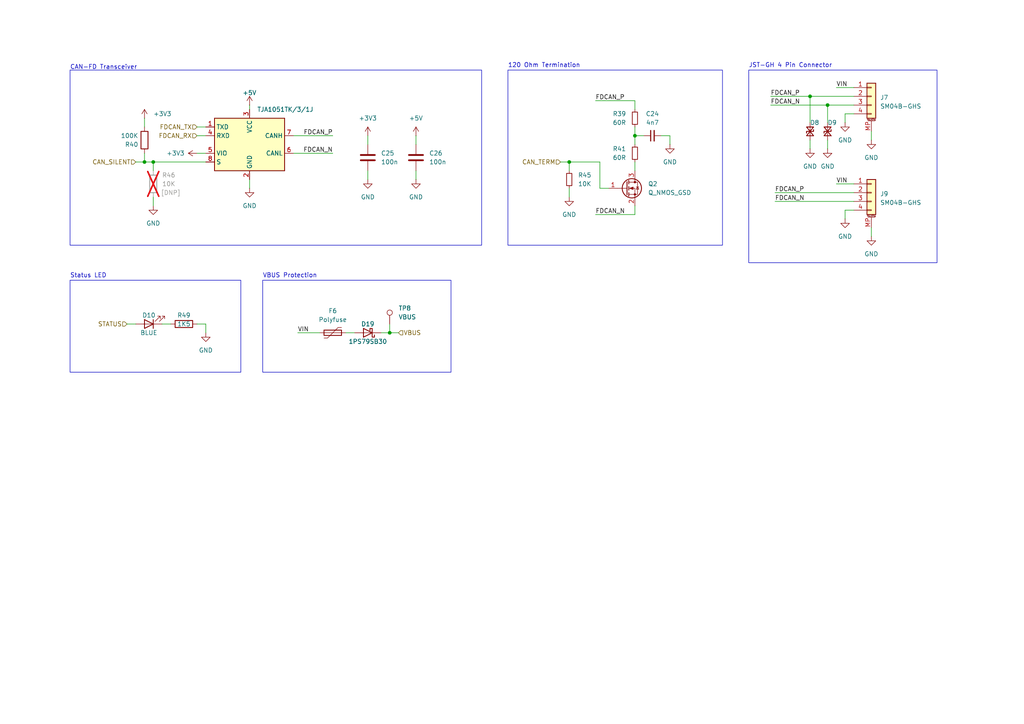
<source format=kicad_sch>
(kicad_sch (version 20250114) (generator "eeschema") (generator_version "9.0")
  (paper "A4")
  (lib_symbols
    (symbol "Connector:TestPoint" (pin_numbers (hide yes)) (pin_names (offset 0.762) (hide yes))
      (property "Reference" "TP" (at 0 6.858 0))
      (property "Value" "TestPoint" (at 0 5.08 0))
      (symbol "TestPoint_0_1"
        (circle (center 0 3.302) (radius 0.762))
      )
      (symbol "TestPoint_1_1"
        (pin passive line (at 0 0 90) (length 2.54) (name "1") (number "1"))
      )
    )
    (symbol "Connector_Generic_MountingPin:Conn_01x04_MountingPin" (pin_names (offset 1.016) (hide yes))
      (property "Reference" "J" (at 0 5.08 0))
      (property "Value" "Conn_01x04_MountingPin" (at 1.27 -7.62 0))
      (symbol "Conn_01x04_MountingPin_1_1"
        (rectangle (start -1.27 3.81) (end 1.27 -6.35) (stroke (width 0.254)) (fill (type background)))
        (rectangle (start -1.27 2.667) (end 0 2.413) (stroke (width 0.1524)))
        (rectangle (start -1.27 0.127) (end 0 -0.127) (stroke (width 0.1524)))
        (rectangle (start -1.27 -2.413) (end 0 -2.667) (stroke (width 0.1524)))
        (rectangle (start -1.27 -4.953) (end 0 -5.207) (stroke (width 0.1524)))
        (polyline (pts (xy -1.016 -7.112) (xy 1.016 -7.112)) (stroke (width 0.1524)))
        (text "Mounting" (at 0 -6.731 0) (effects (font (size 0.381 0.381))))
        (pin passive line (at -5.08 2.54 0) (length 3.81) (name "Pin_1") (number "1"))
        (pin passive line (at -5.08 0 0) (length 3.81) (name "Pin_2") (number "2"))
        (pin passive line (at -5.08 -2.54 0) (length 3.81) (name "Pin_3") (number "3"))
        (pin passive line (at -5.08 -5.08 0) (length 3.81) (name "Pin_4") (number "4"))
        (pin passive line (at 0 -10.16 90) (length 3.048) (name "MountPin") (number "MP"))
      )
    )
    (symbol "Device:C" (pin_numbers (hide yes)) (pin_names (offset 0.254))
      (property "Reference" "C" (at 0.635 2.54 0))
      (property "Value" "C" (at 0.635 -2.54 0))
      (symbol "C_0_1"
        (polyline (pts (xy -2.032 0.762) (xy 2.032 0.762)) (stroke (width 0.508)))
        (polyline (pts (xy -2.032 -0.762) (xy 2.032 -0.762)) (stroke (width 0.508)))
      )
      (symbol "C_1_1"
        (pin passive line (at 0 3.81 270) (length 2.794) (name "~") (number "1"))
        (pin passive line (at 0 -3.81 90) (length 2.794) (name "~") (number "2"))
      )
    )
    (symbol "Device:C_Small" (pin_numbers (hide yes)) (pin_names (offset 0.254) (hide yes))
      (property "Reference" "C" (at 0.254 1.778 0))
      (property "Value" "C_Small" (at 0.254 -2.032 0))
      (symbol "C_Small_0_1"
        (polyline (pts (xy -1.524 0.508) (xy 1.524 0.508)) (stroke (width 0.3048)))
        (polyline (pts (xy -1.524 -0.508) (xy 1.524 -0.508)) (stroke (width 0.3302)))
      )
      (symbol "C_Small_1_1"
        (pin passive line (at 0 2.54 270) (length 2.032) (name "~") (number "1"))
        (pin passive line (at 0 -2.54 90) (length 2.032) (name "~") (number "2"))
      )
    )
    (symbol "Device:D_Schottky" (pin_numbers (hide yes)) (pin_names (offset 1.016) (hide yes))
      (property "Reference" "D" (at 0 2.54 0))
      (property "Value" "D_Schottky" (at 0 -2.54 0))
      (symbol "D_Schottky_0_1"
        (polyline (pts (xy -1.905 0.635) (xy -1.905 1.27) (xy -1.27 1.27) (xy -1.27 -1.27) (xy -0.635 -1.27) (xy -0.635 -0.635)) (stroke (width 0.254)))
        (polyline (pts (xy 1.27 1.27) (xy 1.27 -1.27) (xy -1.27 0) (xy 1.27 1.27)) (stroke (width 0.254)))
        (polyline (pts (xy 1.27 0) (xy -1.27 0)))
      )
      (symbol "D_Schottky_1_1"
        (pin passive line (at -3.81 0 0) (length 2.54) (name "K") (number "1"))
        (pin passive line (at 3.81 0 180) (length 2.54) (name "A") (number "2"))
      )
    )
    (symbol "Device:D_TVS_Small" (pin_numbers (hide yes)) (pin_names (offset 1.016) (hide yes))
      (property "Reference" "D" (at 0 2.54 0))
      (property "Value" "D_TVS_Small" (at 0 -2.54 0))
      (symbol "D_TVS_Small_0_1"
        (polyline (pts (xy -1.27 1.016) (xy -1.27 -1.016) (xy 1.27 1.016) (xy 1.27 -1.016) (xy -1.27 1.016)) (stroke (width 0.254)))
        (polyline (pts (xy -1.27 0) (xy 1.27 0)))
        (polyline (pts (xy 0.508 1.016) (xy 0 1.016) (xy 0 -1.016) (xy -0.508 -1.016)) (stroke (width 0.254)))
      )
      (symbol "D_TVS_Small_1_1"
        (pin passive line (at -2.54 0 0) (length 1.27) (name "A1") (number "1"))
        (pin passive line (at 2.54 0 180) (length 1.27) (name "A2") (number "2"))
      )
    )
    (symbol "Device:LED" (pin_numbers (hide yes)) (pin_names (offset 1.016) (hide yes))
      (property "Reference" "D" (at 0 2.54 0))
      (property "Value" "LED" (at 0 -2.54 0))
      (symbol "LED_0_1"
        (polyline (pts (xy -3.048 -0.762) (xy -4.572 -2.286) (xy -3.81 -2.286) (xy -4.572 -2.286) (xy -4.572 -1.524)))
        (polyline (pts (xy -1.778 -0.762) (xy -3.302 -2.286) (xy -2.54 -2.286) (xy -3.302 -2.286) (xy -3.302 -1.524)))
        (polyline (pts (xy -1.27 0) (xy 1.27 0)))
        (polyline (pts (xy -1.27 -1.27) (xy -1.27 1.27)) (stroke (width 0.254)))
        (polyline (pts (xy 1.27 -1.27) (xy 1.27 1.27) (xy -1.27 0) (xy 1.27 -1.27)) (stroke (width 0.254)))
      )
      (symbol "LED_1_1"
        (pin passive line (at -3.81 0 0) (length 2.54) (name "K") (number "1"))
        (pin passive line (at 3.81 0 180) (length 2.54) (name "A") (number "2"))
      )
    )
    (symbol "Device:Polyfuse" (pin_numbers (hide yes)) (pin_names (offset 0))
      (property "Reference" "F" (at -2.54 0 90))
      (property "Value" "Polyfuse" (at 2.54 0 90))
      (symbol "Polyfuse_0_1"
        (polyline (pts (xy -1.524 2.54) (xy -1.524 1.524) (xy 1.524 -1.524) (xy 1.524 -2.54)))
        (rectangle (start -0.762 2.54) (end 0.762 -2.54) (stroke (width 0.254)))
        (polyline (pts (xy 0 2.54) (xy 0 -2.54)))
      )
      (symbol "Polyfuse_1_1"
        (pin passive line (at 0 3.81 270) (length 1.27) (name "~") (number "1"))
        (pin passive line (at 0 -3.81 90) (length 1.27) (name "~") (number "2"))
      )
    )
    (symbol "Device:R" (pin_numbers (hide yes)) (pin_names (offset 0))
      (property "Reference" "R" (at 2.032 0 90))
      (property "Value" "R" (at 0 0 90))
      (symbol "R_0_1"
        (rectangle (start -1.016 -2.54) (end 1.016 2.54) (stroke (width 0.254)))
      )
      (symbol "R_1_1"
        (pin passive line (at 0 3.81 270) (length 1.27) (name "~") (number "1"))
        (pin passive line (at 0 -3.81 90) (length 1.27) (name "~") (number "2"))
      )
    )
    (symbol "Device:R_Small" (pin_numbers (hide yes)) (pin_names (offset 0.254) (hide yes))
      (property "Reference" "R" (at 0 0 90))
      (property "Value" "R_Small" (at 1.778 0 90))
      (symbol "R_Small_0_1"
        (rectangle (start -0.762 1.778) (end 0.762 -1.778) (stroke (width 0.2032)))
      )
      (symbol "R_Small_1_1"
        (pin passive line (at 0 2.54 270) (length 0.762) (name "~") (number "1"))
        (pin passive line (at 0 -2.54 90) (length 0.762) (name "~") (number "2"))
      )
    )
    (symbol "Interface_CAN_LIN:TJA1051TK-3"
      (property "Reference" "U" (at -10.16 8.89 0))
      (property "Value" "TJA1051TK-3" (at 1.27 8.89 0))
      (symbol "TJA1051TK-3_0_1"
        (rectangle (start -10.16 7.62) (end 10.16 -7.62) (stroke (width 0.254)) (fill (type background)))
      )
      (symbol "TJA1051TK-3_1_1"
        (pin input line (at -12.7 5.08 0) (length 2.54) (name "TXD") (number "1"))
        (pin output line (at -12.7 2.54 0) (length 2.54) (name "RXD") (number "4"))
        (pin power_in line (at -12.7 -2.54 0) (length 2.54) (name "VIO") (number "5"))
        (pin input line (at -12.7 -5.08 0) (length 2.54) (name "S") (number "8"))
        (pin power_in line (at 0 10.16 270) (length 2.54) (name "VCC") (number "3"))
        (pin power_in line (at 0 -10.16 90) (length 2.54) (name "GND") (number "2"))
        (pin passive line (at 0 -10.16 90) (length 2.54) (hide yes) (name "GND") (number "9"))
        (pin bidirectional line (at 12.7 2.54 180) (length 2.54) (name "CANH") (number "7"))
        (pin bidirectional line (at 12.7 -2.54 180) (length 2.54) (name "CANL") (number "6"))
      )
    )
    (symbol "Transistor_FET:Q_NMOS_GSD" (pin_names (offset 0) (hide yes))
      (property "Reference" "Q" (at 5.08 1.905 0))
      (property "Value" "Q_NMOS_GSD" (at 5.08 0 0))
      (symbol "Q_NMOS_GSD_0_1"
        (polyline (pts (xy 0.254 1.905) (xy 0.254 -1.905)) (stroke (width 0.254)))
        (polyline (pts (xy 0.254 0) (xy -2.54 0)))
        (polyline (pts (xy 0.762 2.286) (xy 0.762 1.27)) (stroke (width 0.254)))
        (polyline (pts (xy 0.762 0.508) (xy 0.762 -0.508)) (stroke (width 0.254)))
        (polyline (pts (xy 0.762 -1.27) (xy 0.762 -2.286)) (stroke (width 0.254)))
        (polyline (pts (xy 0.762 -1.778) (xy 3.302 -1.778) (xy 3.302 1.778) (xy 0.762 1.778)))
        (polyline (pts (xy 1.016 0) (xy 2.032 0.381) (xy 2.032 -0.381) (xy 1.016 0)) (fill (type outline)))
        (circle (center 1.651 0) (radius 2.794) (stroke (width 0.254)))
        (polyline (pts (xy 2.54 2.54) (xy 2.54 1.778)))
        (circle (center 2.54 1.778) (radius 0.254) (fill (type outline)))
        (circle (center 2.54 -1.778) (radius 0.254) (fill (type outline)))
        (polyline (pts (xy 2.54 -2.54) (xy 2.54 0) (xy 0.762 0)))
        (polyline (pts (xy 2.921 0.381) (xy 3.683 0.381)))
        (polyline (pts (xy 3.302 0.381) (xy 2.921 -0.254) (xy 3.683 -0.254) (xy 3.302 0.381)))
      )
      (symbol "Q_NMOS_GSD_1_1"
        (pin input line (at -5.08 0 0) (length 2.54) (name "G") (number "1"))
        (pin passive line (at 2.54 5.08 270) (length 2.54) (name "D") (number "3"))
        (pin passive line (at 2.54 -5.08 90) (length 2.54) (name "S") (number "2"))
      )
    )
    (symbol "power:+3V3" (power) (pin_numbers (hide yes)) (pin_names (offset 0) (hide yes))
      (property "Value" "+3V3" (at 0 3.556 0))
      (symbol "+3V3_0_1"
        (polyline (pts (xy -0.762 1.27) (xy 0 2.54)))
        (polyline (pts (xy 0 2.54) (xy 0.762 1.27)))
        (polyline (pts (xy 0 0) (xy 0 2.54)))
      )
      (symbol "+3V3_1_1"
        (pin power_in line (at 0 0 90) (length 0) (name "~") (number "1"))
      )
    )
    (symbol "power:+5V" (power) (pin_numbers (hide yes)) (pin_names (offset 0) (hide yes))
      (property "Value" "+5V" (at 0 3.556 0))
      (symbol "+5V_0_1"
        (polyline (pts (xy -0.762 1.27) (xy 0 2.54)))
        (polyline (pts (xy 0 2.54) (xy 0.762 1.27)))
        (polyline (pts (xy 0 0) (xy 0 2.54)))
      )
      (symbol "+5V_1_1"
        (pin power_in line (at 0 0 90) (length 0) (name "~") (number "1"))
      )
    )
    (symbol "power:GND" (power) (pin_numbers (hide yes)) (pin_names (offset 0) (hide yes))
      (property "Value" "GND" (at 0 -3.81 0))
      (symbol "GND_0_1"
        (polyline (pts (xy 0 0) (xy 0 -1.27) (xy 1.27 -1.27) (xy 0 -2.54) (xy -1.27 -1.27) (xy 0 -1.27)))
      )
      (symbol "GND_1_1"
        (pin power_in line (at 0 0 270) (length 0) (name "~") (number "1"))
      )
    )
  )
  (rectangle (start 147.32 20.32) (end 209.55 71.12))
  (rectangle (start 217.17 20.32) (end 271.78 76.2))
  (rectangle (start 76.2 81.28) (end 130.81 107.95))
  (rectangle (start 20.32 81.28) (end 69.85 107.95))
  (rectangle (start 20.32 20.32) (end 139.7 71.12))
  (text "CAN-FD Transceiver" (at 20.32 20.32 0) (effects (font (size 1.27 1.27)) (justify left bottom)))
  (text "JST-GH 4 Pin Connector" (at 217.17 19.05 0) (effects (font (size 1.27 1.27)) (justify left)))
  (text "Status LED" (at 20.32 80.01 0) (effects (font (size 1.27 1.27)) (justify left)))
  (text "VBUS Protection" (at 76.2 80.01 0) (effects (font (size 1.27 1.27)) (justify left)))
  (text "120 Ohm Termination" (at 147.32 19.05 0) (effects (font (size 1.27 1.27)) (justify left)))
  (junction (at 240.03 30.48))
  (junction (at 165.1 46.99))
  (junction (at 184.15 39.37))
  (junction (at 44.45 46.99))
  (junction (at 113.03 96.52))
  (junction (at 234.95 27.94))
  (junction (at 41.91 46.99))
  (wire (pts (xy 57.15 44.45) (xy 59.69 44.45)))
  (wire (pts (xy 252.73 38.1) (xy 252.73 40.64)))
  (wire (pts (xy 165.1 46.99) (xy 173.99 46.99)))
  (wire (pts (xy 106.68 49.53) (xy 106.68 52.07)))
  (wire (pts (xy 172.72 29.21) (xy 184.15 29.21)))
  (wire (pts (xy 184.15 39.37) (xy 186.69 39.37)))
  (wire (pts (xy 245.11 35.56) (xy 245.11 33.02)))
  (wire (pts (xy 57.15 93.98) (xy 59.69 93.98)))
  (wire (pts (xy 36.83 93.98) (xy 39.37 93.98)))
  (wire (pts (xy 234.95 27.94) (xy 223.52 27.94)))
  (wire (pts (xy 240.03 40.64) (xy 240.03 43.18)))
  (wire (pts (xy 72.39 30.48) (xy 72.39 31.75)))
  (wire (pts (xy 173.99 54.61) (xy 176.53 54.61)))
  (wire (pts (xy 245.11 63.5) (xy 245.11 60.96)))
  (wire (pts (xy 162.56 46.99) (xy 165.1 46.99)))
  (wire (pts (xy 240.03 35.56) (xy 240.03 30.48)))
  (wire (pts (xy 252.73 66.04) (xy 252.73 68.58)))
  (wire (pts (xy 113.03 96.52) (xy 115.57 96.52)))
  (wire (pts (xy 234.95 35.56) (xy 234.95 27.94)))
  (wire (pts (xy 224.79 58.42) (xy 247.65 58.42)))
  (wire (pts (xy 242.57 25.4) (xy 247.65 25.4)))
  (wire (pts (xy 57.15 36.83) (xy 59.69 36.83)))
  (wire (pts (xy 41.91 36.83) (xy 41.91 34.29)))
  (wire (pts (xy 184.15 62.23) (xy 184.15 59.69)))
  (wire (pts (xy 184.15 46.99) (xy 184.15 49.53)))
  (wire (pts (xy 165.1 49.53) (xy 165.1 46.99)))
  (wire (pts (xy 113.03 96.52) (xy 110.49 96.52)))
  (wire (pts (xy 44.45 57.15) (xy 44.45 59.69)))
  (wire (pts (xy 120.65 39.37) (xy 120.65 41.91)))
  (wire (pts (xy 223.52 30.48) (xy 240.03 30.48)))
  (wire (pts (xy 234.95 40.64) (xy 234.95 43.18)))
  (wire (pts (xy 46.99 93.98) (xy 49.53 93.98)))
  (wire (pts (xy 72.39 52.07) (xy 72.39 54.61)))
  (wire (pts (xy 85.09 44.45) (xy 96.52 44.45)))
  (wire (pts (xy 39.37 46.99) (xy 41.91 46.99)))
  (wire (pts (xy 41.91 46.99) (xy 41.91 44.45)))
  (wire (pts (xy 86.36 96.52) (xy 92.71 96.52)))
  (wire (pts (xy 106.68 39.37) (xy 106.68 41.91)))
  (wire (pts (xy 44.45 46.99) (xy 59.69 46.99)))
  (wire (pts (xy 184.15 39.37) (xy 184.15 41.91)))
  (wire (pts (xy 59.69 93.98) (xy 59.69 96.52)))
  (wire (pts (xy 120.65 49.53) (xy 120.65 52.07)))
  (wire (pts (xy 173.99 46.99) (xy 173.99 54.61)))
  (wire (pts (xy 234.95 27.94) (xy 247.65 27.94)))
  (wire (pts (xy 194.31 41.91) (xy 194.31 39.37)))
  (wire (pts (xy 57.15 39.37) (xy 59.69 39.37)))
  (wire (pts (xy 100.33 96.52) (xy 102.87 96.52)))
  (wire (pts (xy 184.15 36.83) (xy 184.15 39.37)))
  (wire (pts (xy 245.11 33.02) (xy 247.65 33.02)))
  (wire (pts (xy 85.09 39.37) (xy 96.52 39.37)))
  (wire (pts (xy 165.1 54.61) (xy 165.1 57.15)))
  (wire (pts (xy 184.15 29.21) (xy 184.15 31.75)))
  (wire (pts (xy 194.31 39.37) (xy 191.77 39.37)))
  (wire (pts (xy 44.45 46.99) (xy 44.45 49.53)))
  (wire (pts (xy 240.03 30.48) (xy 247.65 30.48)))
  (wire (pts (xy 113.03 93.98) (xy 113.03 96.52)))
  (wire (pts (xy 224.79 55.88) (xy 247.65 55.88)))
  (wire (pts (xy 41.91 46.99) (xy 44.45 46.99)))
  (wire (pts (xy 242.57 53.34) (xy 247.65 53.34)))
  (wire (pts (xy 172.72 62.23) (xy 184.15 62.23)))
  (wire (pts (xy 245.11 60.96) (xy 247.65 60.96)))
  (label "VIN" (at 86.36 96.52 0))
  (label "VIN" (at 242.57 25.4 0))
  (label "FDCAN_N" (at 96.52 44.45 180))
  (label "FDCAN_N" (at 223.52 30.48 0))
  (label "FDCAN_P" (at 172.72 29.21 0))
  (label "FDCAN_N" (at 172.72 62.23 0))
  (label "FDCAN_P" (at 223.52 27.94 0))
  (label "FDCAN_P" (at 224.79 55.88 0))
  (label "VIN" (at 242.57 53.34 0))
  (label "FDCAN_P" (at 96.52 39.37 180))
  (label "FDCAN_N" (at 224.79 58.42 0))
  (hierarchical_label "VBUS" (shape input) (at 115.57 96.52 0))
  (hierarchical_label "CAN_SILENT" (shape input) (at 39.37 46.99 180))
  (hierarchical_label "FDCAN_TX" (shape input) (at 57.15 36.83 180))
  (hierarchical_label "CAN_TERM" (shape input) (at 162.56 46.99 180))
  (hierarchical_label "STATUS" (shape input) (at 36.83 93.98 180))
  (hierarchical_label "FDCAN_RX" (shape input) (at 57.15 39.37 180))
  (symbol (lib_id "power:GND") (at 59.69 96.52 0) (unit 1)
    (property "Reference" "#PWR017" (effects (hide yes)))
    (property "Value" "GND" (at 59.69 101.6 0))
    (property "Description" "Power symbol creates a global label with name \"GND\" , ground" (effects (hide yes)))
    (instances (project "vrb" (path "" (reference "#PWR090") (unit 1)) (path "" (reference "#PWR017") (unit 1))))
  )
  (symbol (lib_id "power:GND") (at 106.68 52.07 0) (unit 1)
    (property "Reference" "#PWR011" (effects (hide yes)))
    (property "Value" "GND" (at 106.68 57.15 0))
    (property "Description" "Power symbol creates a global label with name \"GND\" , ground" (effects (hide yes)))
    (instances (project "vrb" (path "" (reference "#PWR080") (unit 1)) (path "" (reference "#PWR011") (unit 1))))
  )
  (symbol (lib_id "Connector:TestPoint") (at 113.03 93.98 0) (unit 1)
    (property "Reference" "TP5" (at 115.57 89.4079 0) (effects (justify left)))
    (property "Value" "VBUS" (at 115.57 91.9479 0) (effects (justify left)))
    (property "Footprint" "TestPoint:TestPoint_Pad_1.0x1.0mm" (effects (hide yes)))
    (property "Description" "test point" (effects (hide yes)))
    (instances (project "" (path "" (reference "TP8") (unit 1)) (path "" (reference "TP5") (unit 1))))
  )
  (symbol (lib_id "Connector_Generic_MountingPin:Conn_01x04_MountingPin") (at 252.73 55.88 0) (unit 1)
    (property "Reference" "J2" (at 255.27 56.2355 0) (effects (justify left)))
    (property "Value" "SM04B-GHS" (at 255.27 58.7755 0) (effects (justify left)))
    (property "Footprint" "Connector_JST:JST_GH_SM04B-GHS-TB_1x04-1MP_P1.25mm_Horizontal" (effects (hide yes)))
    (property "Description" "Generic connectable mounting pin connector, single row, 01x04, script generated (kicad-library-utils/schlib/autogen/connector/)" (effects (hide yes)))
    (instances (project "vrb" (path "" (reference "J9") (unit 1)) (path "" (reference "J2") (unit 1))))
  )
  (symbol (lib_id "power:GND") (at 234.95 43.18 0) (unit 1)
    (property "Reference" "#PWR08" (effects (hide yes)))
    (property "Value" "GND" (at 234.95 48.26 0))
    (property "Description" "Power symbol creates a global label with name \"GND\" , ground" (effects (hide yes)))
    (instances (project "vrb" (path "" (reference "#PWR074") (unit 1)) (path "" (reference "#PWR08") (unit 1))))
  )
  (symbol (lib_id "power:GND") (at 240.03 43.18 0) (unit 1)
    (property "Reference" "#PWR09" (effects (hide yes)))
    (property "Value" "GND" (at 240.03 48.26 0))
    (property "Description" "Power symbol creates a global label with name \"GND\" , ground" (effects (hide yes)))
    (instances (project "" (path "" (reference "#PWR075") (unit 1)) (path "" (reference "#PWR09") (unit 1))))
  )
  (symbol (lib_id "Device:D_Schottky") (at 106.68 96.52 180) (unit 1)
    (property "Reference" "D17" (at 106.68 93.98 0))
    (property "Value" "1PS79SB30" (at 106.68 99.06 0))
    (property "Footprint" "Diode_SMD:D_SOD-523" (effects (hide yes)))
    (property "Description" "Schottky diode" (effects (hide yes)))
    (property "LCSC" "C426690" (effects (hide yes)))
    (instances (project "vrb" (path "" (reference "D19") (unit 1)) (path "" (reference "D17") (unit 1))))
  )
  (symbol (lib_id "power:GND") (at 194.31 41.91 0) (unit 1)
    (property "Reference" "#PWR07" (effects (hide yes)))
    (property "Value" "GND" (at 194.31 46.99 0))
    (property "Description" "Power symbol creates a global label with name \"GND\" , ground" (effects (hide yes)))
    (instances (project "vrb" (path "" (reference "#PWR073") (unit 1)) (path "" (reference "#PWR07") (unit 1))))
  )
  (symbol (lib_id "Device:R") (at 41.91 40.64 0) (unit 1)
    (property "Reference" "R2" (at 40.132 41.91 0) (effects (justify right)))
    (property "Value" "100K" (at 40.132 39.37 0) (effects (justify right)))
    (property "Footprint" "Resistor_SMD:R_0402_1005Metric" (effects (hide yes)))
    (property "Description" "Resistor" (effects (hide yes)))
    (instances (project "vrb" (path "" (reference "R40") (unit 1)) (path "" (reference "R2") (unit 1))))
  )
  (symbol (lib_id "Device:R_Small") (at 165.1 52.07 0) (unit 1)
    (property "Reference" "R4" (at 167.64 50.7999 0) (effects (justify left)))
    (property "Value" "10K" (at 167.64 53.3399 0) (effects (justify left)))
    (property "Footprint" "Resistor_SMD:R_0402_1005Metric" (effects (hide yes)))
    (property "Description" "Resistor, small symbol" (effects (hide yes)))
    (instances (project "vrb" (path "" (reference "R45") (unit 1)) (path "" (reference "R4") (unit 1))))
  )
  (symbol (lib_id "power:+5V") (at 120.65 39.37 0) (unit 1)
    (property "Reference" "#PWR06" (effects (hide yes)))
    (property "Value" "+5V" (at 120.65 34.29 0))
    (property "Description" "Power symbol creates a global label with name \"+5V\"" (effects (hide yes)))
    (instances (project "vrb" (path "" (reference "#PWR070") (unit 1)) (path "" (reference "#PWR06") (unit 1))))
  )
  (symbol (lib_id "power:+3V3") (at 41.91 34.29 0) (unit 1)
    (property "Reference" "#PWR03" (effects (hide yes)))
    (property "Value" "+3V3" (at 44.45 33.0199 0) (effects (justify left)))
    (property "Description" "Power symbol creates a global label with name \"+3V3\"" (effects (hide yes)))
    (instances (project "vrb" (path "" (reference "#PWR067") (unit 1)) (path "" (reference "#PWR03") (unit 1))))
  )
  (symbol (lib_id "Device:D_TVS_Small") (at 234.95 38.1 270) (mirror x) (unit 1)
    (property "Reference" "D1" (at 234.95 35.56 90) (effects (justify left)))
    (property "Value" "D_TVS_Small" (effects (hide yes)))
    (property "Footprint" "Diode_SMD:Nexperia_DSN0603-2_0.6x0.3mm_P0.4mm" (effects (hide yes)))
    (property "Description" "Bidirectional transient-voltage-suppression diode, small symbol" (effects (hide yes)))
    (instances (project "vrb" (path "" (reference "D8") (unit 1)) (path "" (reference "D1") (unit 1))))
  )
  (symbol (lib_id "power:+5V") (at 72.39 30.48 0) (unit 1)
    (property "Reference" "#PWR02" (effects (hide yes)))
    (property "Value" "+5V" (at 74.422 26.924 0) (effects (justify right)))
    (property "Description" "Power symbol creates a global label with name \"+5V\"" (effects (hide yes)))
    (instances (project "vrb" (path "" (reference "#PWR066") (unit 1)) (path "" (reference "#PWR02") (unit 1))))
  )
  (symbol (lib_id "Device:R") (at 53.34 93.98 90) (unit 1)
    (property "Reference" "R6" (at 53.34 91.44 90))
    (property "Value" "1K5" (at 53.34 93.98 90))
    (property "Footprint" "Resistor_SMD:R_0402_1005Metric" (effects (hide yes)))
    (property "Description" "Resistor" (effects (hide yes)))
    (instances (project "vrb" (path "" (reference "R49") (unit 1)) (path "" (reference "R6") (unit 1))))
  )
  (symbol (lib_id "power:GND") (at 120.65 52.07 0) (unit 1)
    (property "Reference" "#PWR012" (effects (hide yes)))
    (property "Value" "GND" (at 120.65 57.15 0))
    (property "Description" "Power symbol creates a global label with name \"GND\" , ground" (effects (hide yes)))
    (instances (project "vrb" (path "" (reference "#PWR081") (unit 1)) (path "" (reference "#PWR012") (unit 1))))
  )
  (symbol (lib_id "Device:R") (at 44.45 53.34 0) (unit 1) (in_bom no) (dnp yes)
    (property "Reference" "R5" (at 46.99 50.8 0) (effects (justify left)))
    (property "Value" "10K" (at 46.99 53.34 0) (effects (justify left)))
    (property "Footprint" "Resistor_SMD:R_0402_1005Metric" (effects (hide yes)))
    (property "Description" "Resistor" (effects (hide yes)))
    (property "DNP" "[DNP]" (at 49.53 55.8801 0))
    (instances (project "vrb" (path "" (reference "R46") (unit 1)) (path "" (reference "R5") (unit 1))))
  )
  (symbol (lib_id "Transistor_FET:Q_NMOS_GSD") (at 181.61 54.61 0) (unit 1)
    (property "Reference" "Q1" (at 187.96 53.3399 0) (effects (justify left)))
    (property "Value" "Q_NMOS_GSD" (at 187.96 55.8799 0) (effects (justify left)))
    (property "Footprint" "Package_TO_SOT_SMD:SOT-23-3" (effects (hide yes)))
    (property "Description" "N-MOSFET transistor, gate/source/drain" (effects (hide yes)))
    (instances (project "vrb" (path "" (reference "Q2") (unit 1)) (path "" (reference "Q1") (unit 1))))
  )
  (symbol (lib_id "power:+3V3") (at 106.68 39.37 0) (unit 1)
    (property "Reference" "#PWR05" (effects (hide yes)))
    (property "Value" "+3V3" (at 106.68 34.29 0))
    (property "Description" "Power symbol creates a global label with name \"+3V3\"" (effects (hide yes)))
    (instances (project "vrb" (path "" (reference "#PWR069") (unit 1)) (path "" (reference "#PWR05") (unit 1))))
  )
  (symbol (lib_id "power:GND") (at 44.45 59.69 0) (unit 1)
    (property "Reference" "#PWR015" (effects (hide yes)))
    (property "Value" "GND" (at 44.45 64.77 0))
    (property "Description" "Power symbol creates a global label with name \"GND\" , ground" (effects (hide yes)))
    (instances (project "vrb" (path "" (reference "#PWR086") (unit 1)) (path "" (reference "#PWR015") (unit 1))))
  )
  (symbol (lib_id "Device:D_TVS_Small") (at 240.03 38.1 270) (mirror x) (unit 1)
    (property "Reference" "D2" (at 240.03 35.56 90) (effects (justify left)))
    (property "Value" "D_TVS_Small" (effects (hide yes)))
    (property "Footprint" "Diode_SMD:Nexperia_DSN0603-2_0.6x0.3mm_P0.4mm" (effects (hide yes)))
    (property "Description" "Bidirectional transient-voltage-suppression diode, small symbol" (effects (hide yes)))
    (instances (project "" (path "" (reference "D9") (unit 1)) (path "" (reference "D2") (unit 1))))
  )
  (symbol (lib_id "Device:R_Small") (at 184.15 44.45 0) (mirror y) (unit 1)
    (property "Reference" "R3" (at 181.61 43.1799 0) (effects (justify left)))
    (property "Value" "60R" (at 181.61 45.7199 0) (effects (justify left)))
    (property "Footprint" "Resistor_SMD:R_0402_1005Metric" (effects (hide yes)))
    (property "Description" "Resistor, small symbol" (effects (hide yes)))
    (instances (project "vrb" (path "" (reference "R41") (unit 1)) (path "" (reference "R3") (unit 1))))
  )
  (symbol (lib_id "power:GND") (at 245.11 35.56 0) (unit 1)
    (property "Reference" "#PWR04" (effects (hide yes)))
    (property "Value" "GND" (at 245.11 40.64 0))
    (property "Description" "Power symbol creates a global label with name \"GND\" , ground" (effects (hide yes)))
    (instances (project "" (path "" (reference "#PWR068") (unit 1)) (path "" (reference "#PWR04") (unit 1))))
  )
  (symbol (lib_id "Device:R_Small") (at 184.15 34.29 0) (mirror y) (unit 1)
    (property "Reference" "R1" (at 181.61 33.0199 0) (effects (justify left)))
    (property "Value" "60R" (at 181.61 35.5599 0) (effects (justify left)))
    (property "Footprint" "Resistor_SMD:R_0402_1005Metric" (effects (hide yes)))
    (property "Description" "Resistor, small symbol" (effects (hide yes)))
    (instances (project "vrb" (path "" (reference "R39") (unit 1)) (path "" (reference "R1") (unit 1))))
  )
  (symbol (lib_id "Device:C") (at 106.68 45.72 0) (unit 1)
    (property "Reference" "C2" (at 110.49 44.45 0) (effects (justify left)))
    (property "Value" "100n" (at 110.49 46.99 0) (effects (justify left)))
    (property "Footprint" "Capacitor_SMD:C_0402_1005Metric" (effects (hide yes)))
    (property "Description" "Unpolarized capacitor" (effects (hide yes)))
    (instances (project "vrb" (path "" (reference "C25") (unit 1)) (path "" (reference "C2") (unit 1))))
  )
  (symbol (lib_id "power:GND") (at 252.73 68.58 0) (unit 1)
    (property "Reference" "#PWR0144" (effects (hide yes)))
    (property "Value" "GND" (at 252.73 73.66 0))
    (property "Description" "Power symbol creates a global label with name \"GND\" , ground" (effects (hide yes)))
    (instances (project "vrb" (path "" (reference "#PWR0146") (unit 1)) (path "" (reference "#PWR0144") (unit 1))))
  )
  (symbol (lib_id "power:+3V3") (at 57.15 44.45 90) (unit 1)
    (property "Reference" "#PWR010" (effects (hide yes)))
    (property "Value" "+3V3" (at 48.26 44.45 90) (effects (justify right)))
    (property "Description" "Power symbol creates a global label with name \"+3V3\"" (effects (hide yes)))
    (instances (project "vrb" (path "" (reference "#PWR076") (unit 1)) (path "" (reference "#PWR010") (unit 1))))
  )
  (symbol (lib_id "power:GND") (at 245.11 63.5 0) (unit 1)
    (property "Reference" "#PWR016" (effects (hide yes)))
    (property "Value" "GND" (at 245.11 68.58 0))
    (property "Description" "Power symbol creates a global label with name \"GND\" , ground" (effects (hide yes)))
    (instances (project "vrb" (path "" (reference "#PWR088") (unit 1)) (path "" (reference "#PWR016") (unit 1))))
  )
  (symbol (lib_id "Device:LED") (at 43.18 93.98 180) (unit 1)
    (property "Reference" "D3" (at 43.18 91.44 0))
    (property "Value" "BLUE" (at 43.18 96.52 0))
    (property "Footprint" "LED_SMD:LED_0603_1608Metric" (effects (hide yes)))
    (property "Description" "Light emitting diode" (effects (hide yes)))
    (property "Sim.Pins" "1=K 2=A" (effects (hide yes)))
    (instances (project "vrb" (path "" (reference "D10") (unit 1)) (path "" (reference "D3") (unit 1))))
  )
  (symbol (lib_id "Interface_CAN_LIN:TJA1051TK-3") (at 72.39 41.91 0) (unit 1)
    (property "Reference" "U2" (effects (hide yes)))
    (property "Value" "TJA1051TK/3/1J" (at 74.5841 31.75 0) (effects (justify left)))
    (property "Footprint" "Package_SON:HVSON-8-1EP_3x3mm_P0.65mm_EP1.6x2.4mm" (effects (hide yes)))
    (property "Datasheet" "https://www.nxp.com/docs/en/data-sheet/TJA1051.pdf" (effects (hide yes)))
    (property "Description" "High-Speed CAN Transceiver, separate VIO, silent mode, VSON-8 (DFN-8)" (effects (hide yes)))
    (instances (project "vrb" (path "" (reference "U11") (unit 1)) (path "" (reference "U2") (unit 1))))
  )
  (symbol (lib_id "power:GND") (at 252.73 40.64 0) (unit 1)
    (property "Reference" "#PWR0139" (effects (hide yes)))
    (property "Value" "GND" (at 252.73 45.72 0))
    (property "Description" "Power symbol creates a global label with name \"GND\" , ground" (effects (hide yes)))
    (instances (project "vrb" (path "" (reference "#PWR0142") (unit 1)) (path "" (reference "#PWR0139") (unit 1))))
  )
  (symbol (lib_id "power:GND") (at 72.39 54.61 0) (unit 1)
    (property "Reference" "#PWR013" (effects (hide yes)))
    (property "Value" "GND" (at 72.39 59.69 0))
    (property "Description" "Power symbol creates a global label with name \"GND\" , ground" (effects (hide yes)))
    (instances (project "vrb" (path "" (reference "#PWR082") (unit 1)) (path "" (reference "#PWR013") (unit 1))))
  )
  (symbol (lib_id "power:GND") (at 165.1 57.15 0) (unit 1)
    (property "Reference" "#PWR014" (effects (hide yes)))
    (property "Value" "GND" (at 165.1 62.23 0))
    (property "Description" "Power symbol creates a global label with name \"GND\" , ground" (effects (hide yes)))
    (instances (project "vrb" (path "" (reference "#PWR085") (unit 1)) (path "" (reference "#PWR014") (unit 1))))
  )
  (symbol (lib_id "Connector_Generic_MountingPin:Conn_01x04_MountingPin") (at 252.73 27.94 0) (unit 1)
    (property "Reference" "J1" (at 255.27 28.2955 0) (effects (justify left)))
    (property "Value" "SM04B-GHS" (at 255.27 30.8355 0) (effects (justify left)))
    (property "Footprint" "Connector_JST:JST_GH_SM04B-GHS-TB_1x04-1MP_P1.25mm_Horizontal" (effects (hide yes)))
    (property "Description" "Generic connectable mounting pin connector, single row, 01x04, script generated (kicad-library-utils/schlib/autogen/connector/)" (effects (hide yes)))
    (instances (project "" (path "" (reference "J7") (unit 1)) (path "" (reference "J1") (unit 1))))
  )
  (symbol (lib_id "Device:C") (at 120.65 45.72 0) (unit 1)
    (property "Reference" "C3" (at 124.46 44.4499 0) (effects (justify left)))
    (property "Value" "100n" (at 124.46 46.9899 0) (effects (justify left)))
    (property "Footprint" "Capacitor_SMD:C_0402_1005Metric" (effects (hide yes)))
    (property "Description" "Unpolarized capacitor" (effects (hide yes)))
    (instances (project "vrb" (path "" (reference "C26") (unit 1)) (path "" (reference "C3") (unit 1))))
  )
  (symbol (lib_id "Device:C_Small") (at 189.23 39.37 90) (unit 1)
    (property "Reference" "C1" (at 189.2363 33.02 90))
    (property "Value" "4n7" (at 189.2363 35.56 90))
    (property "Footprint" "Capacitor_SMD:C_0402_1005Metric" (effects (hide yes)))
    (property "Description" "Unpolarized capacitor, small symbol" (effects (hide yes)))
    (instances (project "vrb" (path "" (reference "C24") (unit 1)) (path "" (reference "C1") (unit 1))))
  )
  (symbol (lib_id "Device:Polyfuse") (at 96.52 96.52 90) (unit 1)
    (property "Reference" "F1" (at 96.52 90.17 90))
    (property "Value" "Polyfuse" (at 96.52 92.71 90))
    (property "Footprint" "Fuse:Fuse_1206_3216Metric" (effects (hide yes)))
    (property "Description" "Resettable fuse, polymeric positive temperature coefficient" (effects (hide yes)))
    (instances (project "vrb" (path "" (reference "F6") (unit 1)) (path "" (reference "F1") (unit 1))))
  )
)
</source>
